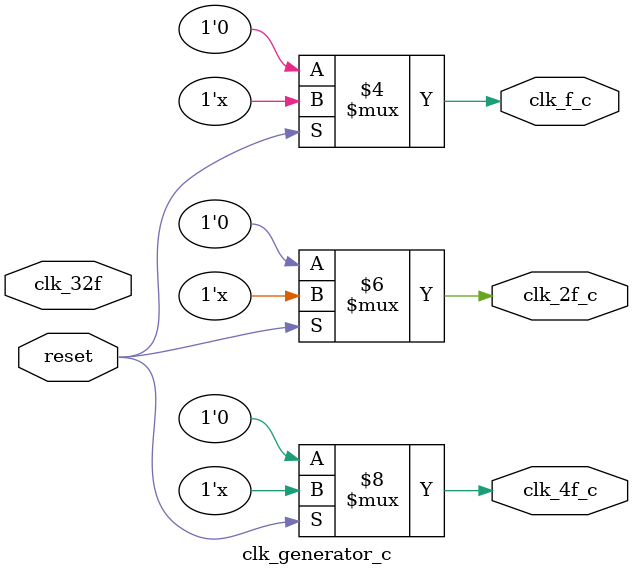
<source format=v>
module clk_generator_c (
	input clk_32f,
	input reset,
	output reg clk_4f_c,
	output reg clk_2f_c,
	output reg clk_f_c
);
	reg [1:0] conteo_4;
	reg [2:0] conteo_2;
	reg [3:0] conteo;

	always @(*) begin
		if(reset == 0) begin
			conteo_4 <= 'b11;
			conteo_2 <= 'b111;
			conteo <= 'b1111;
			clk_4f_c <= 0;
			clk_2f_c <= 0;
			clk_f_c <= 0;
		end
		else if (clk_32f == 1) begin
			case (conteo_4)
				2'b00: conteo_4 <= 2'b01;
				2'b01: conteo_4 <= 2'b10;
				2'b10: conteo_4 <= 2'b11;
				2'b11:
				begin
					conteo_4 <= 2'b00;
					case (clk_4f_c)
						1'b0: clk_4f_c <= 1;
						1'b1: clk_4f_c <= 0;
					endcase
				end 
			endcase
			case (conteo_2)
				3'b000: conteo_2 <= 3'b001;
				3'b001: conteo_2 <= 3'b010;
				3'b010: conteo_2 <= 3'b011;
				3'b011: conteo_2 <= 3'b100;
				3'b100: conteo_2 <= 3'b101;
				3'b101: conteo_2 <= 3'b110;
				3'b110: conteo_2 <= 3'b111;
				3'b111:
				begin
					conteo_2 <= 3'b000;
					case (clk_2f_c)
						1'b0: clk_2f_c <= 1;
						1'b1: clk_2f_c <= 0;
					endcase
				end 
			endcase
			case (conteo)
				4'b0000: conteo <= 4'b0001;
				4'b0001: conteo <= 4'b0010;
				4'b0010: conteo <= 4'b0011;
				4'b0011: conteo <= 4'b0100;
				4'b0100: conteo <= 4'b0101;
				4'b0101: conteo <= 4'b0110;
				4'b0110: conteo <= 4'b0111;
				4'b0111: conteo <= 4'b1000;
				4'b1000: conteo <= 4'b1001;
				4'b1001: conteo <= 4'b1010;
				4'b1010: conteo <= 4'b1011;
				4'b1011: conteo <= 4'b1100;
				4'b1100: conteo <= 4'b1101;
				4'b1101: conteo <= 4'b1110;
				4'b1110: conteo <= 4'b1111;
				4'b1111:
				begin
					conteo <= 4'b0000;
					case (clk_f_c)
						1'b0: clk_f_c <= 1;
						1'b1: clk_f_c <= 0;
					endcase
				end 
			endcase
		end
	end
endmodule
</source>
